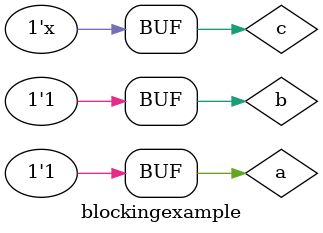
<source format=v>
module blockingexample;

reg a, b, c;

initial
	begin
	a = 1;
	b = 1;
	end

initial
	begin
	#10
	a = ~b;
	b = a;
	c = ~ (a & b);
	#10;
	end
endmodule
	

</source>
